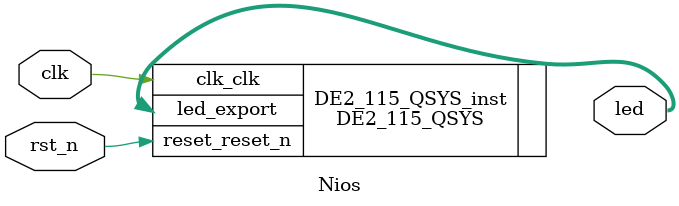
<source format=v>
module Nios (
clk,
rst_n,
led,
);
input clk, rst_n;
output [7:0] led;
DE2_115_QSYS DE2_115_QSYS_inst (
.clk_clk(clk),
.reset_reset_n(rst_n),
.led_export(led),
);
endmodule
</source>
